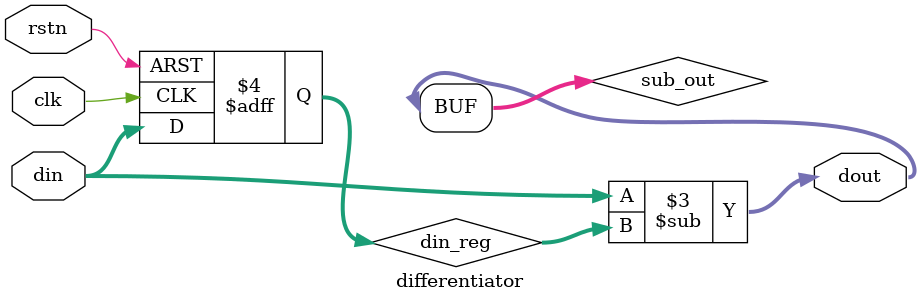
<source format=v>

module differentiator(/*AUTOARG*/
   // Outputs
   dout,
   // Inputs
   clk, rstn, din
   );

   parameter w = 10;

   input clk;
   input rstn;
   input signed [w-1:0] din;
   output signed [w-1:0] dout;


   wire signed [w-1:0] 	 sub_out;
   reg signed [w-1:0] 		 din_reg;

   always @(posedge clk or negedge rstn) begin
      if (rstn==1'b0) begin
	 din_reg <= {w{1'b0}};	 
      end
      else begin
	 din_reg <= din;	 
      end
   end

   assign sub_out = din - din_reg;

   assign dout  = sub_out;
   

endmodule
</source>
